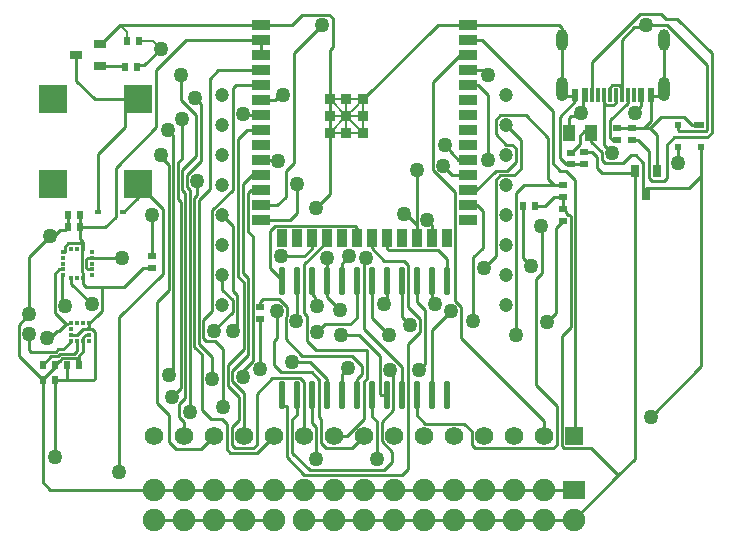
<source format=gbr>
%TF.GenerationSoftware,KiCad,Pcbnew,9.0.6*%
%TF.CreationDate,2025-12-04T12:23:30+01:00*%
%TF.ProjectId,Motherboard,4d6f7468-6572-4626-9f61-72642e6b6963,rev?*%
%TF.SameCoordinates,Original*%
%TF.FileFunction,Copper,L1,Top*%
%TF.FilePolarity,Positive*%
%FSLAX46Y46*%
G04 Gerber Fmt 4.6, Leading zero omitted, Abs format (unit mm)*
G04 Created by KiCad (PCBNEW 9.0.6) date 2025-12-04 12:23:30*
%MOMM*%
%LPD*%
G01*
G04 APERTURE LIST*
%TA.AperFunction,SMDPad,CuDef*%
%ADD10R,0.600000X0.700000*%
%TD*%
%TA.AperFunction,SMDPad,CuDef*%
%ADD11O,0.559990X2.432000*%
%TD*%
%TA.AperFunction,SMDPad,CuDef*%
%ADD12R,0.350000X0.450000*%
%TD*%
%TA.AperFunction,SMDPad,CuDef*%
%ADD13R,0.450000X0.350000*%
%TD*%
%TA.AperFunction,SMDPad,CuDef*%
%ADD14R,0.350000X0.375000*%
%TD*%
%TA.AperFunction,SMDPad,CuDef*%
%ADD15R,0.375000X0.350000*%
%TD*%
%TA.AperFunction,SMDPad,CuDef*%
%ADD16R,0.700000X0.600000*%
%TD*%
%TA.AperFunction,ComponentPad*%
%ADD17C,1.200000*%
%TD*%
%TA.AperFunction,ComponentPad*%
%ADD18R,1.900000X1.574800*%
%TD*%
%TA.AperFunction,ComponentPad*%
%ADD19C,1.900000*%
%TD*%
%TA.AperFunction,ComponentPad*%
%ADD20C,1.570000*%
%TD*%
%TA.AperFunction,ComponentPad*%
%ADD21R,1.570000X1.570000*%
%TD*%
%TA.AperFunction,SMDPad,CuDef*%
%ADD22R,1.000000X1.450000*%
%TD*%
%TA.AperFunction,SMDPad,CuDef*%
%ADD23R,0.590000X0.450000*%
%TD*%
%TA.AperFunction,SMDPad,CuDef*%
%ADD24R,2.400050X2.400050*%
%TD*%
%TA.AperFunction,SMDPad,CuDef*%
%ADD25R,1.000000X0.700000*%
%TD*%
%TA.AperFunction,SMDPad,CuDef*%
%ADD26R,0.900000X0.900000*%
%TD*%
%TA.AperFunction,SMDPad,CuDef*%
%ADD27R,1.500000X0.900000*%
%TD*%
%TA.AperFunction,SMDPad,CuDef*%
%ADD28R,0.900000X1.500000*%
%TD*%
%TA.AperFunction,SMDPad,CuDef*%
%ADD29R,0.300000X1.150000*%
%TD*%
%TA.AperFunction,SMDPad,CuDef*%
%ADD30R,0.500000X1.150000*%
%TD*%
%TA.AperFunction,ComponentPad*%
%ADD31O,1.000000X1.850000*%
%TD*%
%TA.AperFunction,ComponentPad*%
%ADD32O,1.000000X2.100000*%
%TD*%
%TA.AperFunction,SMDPad,CuDef*%
%ADD33R,0.500000X1.100000*%
%TD*%
%TA.AperFunction,ComponentPad*%
%ADD34C,0.001000*%
%TD*%
%TA.AperFunction,SMDPad,CuDef*%
%ADD35R,0.700000X1.000000*%
%TD*%
%TA.AperFunction,SMDPad,CuDef*%
%ADD36R,0.900000X0.600000*%
%TD*%
%TA.AperFunction,SMDPad,CuDef*%
%ADD37R,0.500000X0.600000*%
%TD*%
%TA.AperFunction,ViaPad*%
%ADD38C,1.270000*%
%TD*%
%TA.AperFunction,Conductor*%
%ADD39C,0.200000*%
%TD*%
%TA.AperFunction,Conductor*%
%ADD40C,0.254000*%
%TD*%
G04 APERTURE END LIST*
D10*
%TO.P,R9,1,1*%
%TO.N,GND*%
X128466099Y-84517115D03*
%TO.P,R9,2,2*%
%TO.N,/BUZZER_SIG*%
X129466099Y-84517115D03*
%TD*%
D11*
%TO.P,U6,1,DIN*%
%TO.N,/IO14*%
X155511099Y-104842115D03*
%TO.P,U6,2,DIG0*%
%TO.N,/DIG0*%
X154241099Y-104842115D03*
%TO.P,U6,3,DIG4*%
%TO.N,/DIG4*%
X152971099Y-104842115D03*
%TO.P,U6,4,GND*%
%TO.N,GND*%
X151701099Y-104842115D03*
%TO.P,U6,5,DIG6*%
%TO.N,/DIG6*%
X150431099Y-104842115D03*
%TO.P,U6,10,DIG5*%
%TO.N,/DIG5*%
X144081099Y-104842115D03*
%TO.P,U6,9,GND*%
%TO.N,GND*%
X145351099Y-104842115D03*
%TO.P,U6,8,DIG7*%
%TO.N,/DIG7*%
X146621099Y-104842115D03*
%TO.P,U6,7,DIG3*%
%TO.N,/DIG3*%
X147891099Y-104842115D03*
%TO.P,U6,6,DIG2*%
%TO.N,/DIG2*%
X149161099Y-104842115D03*
%TO.P,U6,11,DIG1*%
%TO.N,/DIG1*%
X142811099Y-104842115D03*
%TO.P,U6,12,LOAD(CS#)*%
%TO.N,/IO12*%
X141541099Y-104842115D03*
%TO.P,U6,13,CLK*%
%TO.N,/IO13*%
X141541099Y-114494115D03*
%TO.P,U6,14,SEGA*%
%TO.N,/SEGA*%
X142811099Y-114494115D03*
%TO.P,U6,19,V+*%
%TO.N,+5*%
X149161099Y-114494115D03*
%TO.P,U6,18,ISET*%
%TO.N,Net-(U6-ISET)*%
X147891099Y-114494115D03*
%TO.P,U6,17,SEGG*%
%TO.N,/SEGG*%
X146621099Y-114494115D03*
%TO.P,U6,16,SEGB*%
%TO.N,/SEGB*%
X145351099Y-114494115D03*
%TO.P,U6,15,SEGF*%
%TO.N,/SEGF*%
X144081099Y-114494115D03*
%TO.P,U6,20,SEGC*%
%TO.N,/SEGC*%
X150431099Y-114494115D03*
%TO.P,U6,21,SEGE*%
%TO.N,/SEGE*%
X151701099Y-114494115D03*
%TO.P,U6,22,SEGDP*%
%TO.N,/SEGDP*%
X152971099Y-114494115D03*
%TO.P,U6,23,SEGD*%
%TO.N,/SEGD*%
X154241099Y-114494115D03*
%TO.P,U6,24,DOUT*%
%TO.N,unconnected-(U6-DOUT-Pad24)*%
X155511099Y-114494115D03*
%TD*%
D12*
%TO.P,U5,16,ADC1*%
%TO.N,unconnected-(U5-ADC1-Pad16)*%
X123744099Y-102112115D03*
%TO.P,U5,15,ADC2*%
%TO.N,unconnected-(U5-ADC2-Pad15)*%
X124244099Y-102112115D03*
%TO.P,U5,14,Vdd*%
%TO.N,+3.3*%
X124744099Y-102112115D03*
D13*
%TO.P,U5,13,ADC3*%
%TO.N,unconnected-(U5-ADC3-Pad13)*%
X125469099Y-102337115D03*
%TO.P,U5,12,GND*%
%TO.N,GND*%
X125469099Y-102837115D03*
%TO.P,U5,11,INT1*%
%TO.N,unconnected-(U5-INT1-Pad11)*%
X125469099Y-103337115D03*
%TO.P,U5,10,RES*%
%TO.N,GND*%
X125469099Y-103837115D03*
%TO.P,U5,9,INT2*%
%TO.N,unconnected-(U5-INT2-Pad9)*%
X125469099Y-104337115D03*
D12*
%TO.P,U5,8,CS*%
%TO.N,+3.3*%
X124744099Y-104562115D03*
%TO.P,U5,7,SDO/SA0*%
%TO.N,unconnected-(U5-SDO{slash}SA0-Pad7)*%
X124244099Y-104562115D03*
%TO.P,U5,6,SDA/SDI/SDO*%
%TO.N,/SDA*%
X123744099Y-104562115D03*
D13*
%TO.P,U5,5,GND*%
%TO.N,GND*%
X123019099Y-104337115D03*
%TO.P,U5,4,SCL/SPC*%
%TO.N,/SCL*%
X123019099Y-103837115D03*
%TO.P,U5,3,NC*%
%TO.N,unconnected-(U5-NC-Pad3)*%
X123019099Y-103337115D03*
%TO.P,U5,2,NC*%
%TO.N,unconnected-(U5-NC-Pad2)*%
X123019099Y-102837115D03*
%TO.P,U5,1,Vdd_IO*%
%TO.N,+3.3*%
X123019099Y-102337115D03*
%TD*%
D14*
%TO.P,U4,12,NC*%
%TO.N,unconnected-(U4-NC-Pad12)*%
X124252109Y-108398125D03*
%TO.P,U4,11,NC*%
%TO.N,unconnected-(U4-NC-Pad11)*%
X124752109Y-108398125D03*
%TO.P,U4,6,GND*%
%TO.N,GND*%
X124752109Y-109923125D03*
%TO.P,U4,5,C1*%
%TO.N,Net-(U4-C1)*%
X124252109Y-109923125D03*
D15*
%TO.P,U4,10,VDD_IO*%
%TO.N,+3.3*%
X125264609Y-108410625D03*
%TO.P,U4,9,VDD*%
X125264609Y-108910625D03*
%TO.P,U4,8,GND*%
%TO.N,GND*%
X125264609Y-109410625D03*
%TO.P,U4,7,INT/DRDY/SDO*%
%TO.N,unconnected-(U4-INT{slash}DRDY{slash}SDO-Pad7)*%
X125264609Y-109910625D03*
%TO.P,U4,4,SDA/SDI/SDO*%
%TO.N,/SDA*%
X123739609Y-109910625D03*
%TO.P,U4,3,CS*%
%TO.N,+3.3*%
X123739609Y-109410625D03*
%TO.P,U4,2,NC*%
%TO.N,unconnected-(U4-NC-Pad2)*%
X123739609Y-108910625D03*
%TO.P,U4,1,SCL/SPC*%
%TO.N,/SCL*%
X123739609Y-108410625D03*
%TD*%
D10*
%TO.P,R8,1,1*%
%TO.N,Net-(Q1-G)*%
X128316099Y-86681115D03*
%TO.P,R8,2,2*%
%TO.N,/BUZZER_SIG*%
X129316099Y-86681115D03*
%TD*%
D16*
%TO.P,R7,1,1*%
%TO.N,+5*%
X139738099Y-108009115D03*
%TO.P,R7,2,2*%
%TO.N,Net-(U6-ISET)*%
X139738099Y-107009115D03*
%TD*%
D17*
%TO.P,L1,16,COL8*%
%TO.N,/SEGG*%
X136526119Y-89094115D03*
%TO.P,L1,15,COL7*%
%TO.N,/SEGF*%
X136526119Y-91634115D03*
%TO.P,L1,14,ROW2*%
%TO.N,/DIG1*%
X136526119Y-94174115D03*
%TO.P,L1,13,COL1*%
%TO.N,/SEGDP*%
X136526119Y-96714115D03*
%TO.P,L1,12,ROW4*%
%TO.N,/DIG3*%
X136526119Y-99254125D03*
%TO.P,L1,11,COL6*%
%TO.N,/SEGE*%
X136526119Y-101794125D03*
%TO.P,L1,10,COL4*%
%TO.N,/SEGC*%
X136526119Y-104334125D03*
%TO.P,L1,9,ROW1*%
%TO.N,/DIG0*%
X136526119Y-106874125D03*
%TO.P,L1,8,ROW3*%
%TO.N,/DIG2*%
X160526079Y-106874125D03*
%TO.P,L1,7,ROW6*%
%TO.N,/DIG5*%
X160526079Y-104334125D03*
%TO.P,L1,6,COL5*%
%TO.N,/SEGD*%
X160526079Y-101794125D03*
%TO.P,L1,5,ROW8*%
%TO.N,/DIG7*%
X160526079Y-99254125D03*
%TO.P,L1,4,COL3*%
%TO.N,/SEGB*%
X160526079Y-96714115D03*
%TO.P,L1,3,COL2*%
%TO.N,/SEGA*%
X160526079Y-94174115D03*
%TO.P,L1,2,ROW7*%
%TO.N,/DIG6*%
X160526079Y-91634115D03*
%TO.P,L1,1,ROW5*%
%TO.N,/DIG4*%
X160526079Y-89094115D03*
%TD*%
D18*
%TO.P,J2,1,1*%
%TO.N,GND*%
X166306099Y-122495115D03*
D19*
%TO.P,J2,2,2*%
%TO.N,+3.3*%
X166306099Y-125035115D03*
%TO.P,J2,3,3*%
%TO.N,GND*%
X163766099Y-122495115D03*
%TO.P,J2,4,4*%
%TO.N,+3.3*%
X163766099Y-125035115D03*
%TO.P,J2,5,5*%
%TO.N,GND*%
X161226099Y-122495115D03*
%TO.P,J2,6,6*%
%TO.N,+3.3*%
X161226099Y-125035115D03*
%TO.P,J2,7,7*%
%TO.N,GND*%
X158686099Y-122495115D03*
%TO.P,J2,8,8*%
%TO.N,+3.3*%
X158686099Y-125035115D03*
%TO.P,J2,9,9*%
%TO.N,GND*%
X156146099Y-122495115D03*
%TO.P,J2,10,10*%
%TO.N,+3.3*%
X156146099Y-125035115D03*
%TO.P,J2,11,11*%
%TO.N,GND*%
X153606099Y-122495115D03*
%TO.P,J2,12,12*%
%TO.N,+3.3*%
X153606099Y-125035115D03*
%TO.P,J2,13,13*%
%TO.N,GND*%
X151066099Y-122495115D03*
%TO.P,J2,14,14*%
%TO.N,+3.3*%
X151066099Y-125035115D03*
%TO.P,J2,15,15*%
%TO.N,GND*%
X148526099Y-122495115D03*
%TO.P,J2,16,16*%
%TO.N,+3.3*%
X148526099Y-125035115D03*
%TO.P,J2,17,17*%
%TO.N,GND*%
X145986099Y-122495115D03*
%TO.P,J2,18,18*%
%TO.N,+3.3*%
X145986099Y-125035115D03*
%TO.P,J2,19,19*%
%TO.N,GND*%
X143446099Y-122495115D03*
%TO.P,J2,20,20*%
%TO.N,+3.3*%
X143446099Y-125035115D03*
%TO.P,J2,21,21*%
%TO.N,GND*%
X140906099Y-122495115D03*
%TO.P,J2,22,22*%
%TO.N,+5*%
X140906099Y-125035115D03*
%TO.P,J2,23,23*%
%TO.N,GND*%
X138366099Y-122495115D03*
%TO.P,J2,24,24*%
%TO.N,+5*%
X138366099Y-125035115D03*
%TO.P,J2,25,25*%
%TO.N,GND*%
X135826099Y-122495115D03*
%TO.P,J2,26,26*%
%TO.N,+5*%
X135826099Y-125035115D03*
%TO.P,J2,27,27*%
%TO.N,GND*%
X133286099Y-122495115D03*
%TO.P,J2,28,28*%
%TO.N,+5*%
X133286099Y-125035115D03*
%TO.P,J2,29,29*%
%TO.N,GND*%
X130746099Y-122495115D03*
%TO.P,J2,30,30*%
%TO.N,+5*%
X130746099Y-125035115D03*
%TD*%
D20*
%TO.P,J1,15,15*%
%TO.N,/IO44*%
X130746099Y-117923115D03*
%TO.P,J1,14,14*%
%TO.N,/IO43*%
X133286099Y-117923115D03*
%TO.P,J1,13,13*%
%TO.N,/IO38*%
X135826099Y-117923115D03*
%TO.P,J1,12,12*%
%TO.N,/IO18*%
X138366099Y-117923115D03*
%TO.P,J1,11,11*%
%TO.N,/IO17*%
X140906099Y-117923115D03*
%TO.P,J1,10,10*%
%TO.N,/IO15*%
X143446099Y-117923115D03*
%TO.P,J1,9,9*%
%TO.N,/IO10*%
X145986099Y-117923115D03*
%TO.P,J1,8,8*%
%TO.N,/IO9*%
X148526099Y-117923115D03*
%TO.P,J1,7,7*%
%TO.N,/IO8*%
X151066099Y-117923115D03*
%TO.P,J1,6,6*%
%TO.N,/IO7*%
X153606099Y-117923115D03*
%TO.P,J1,5,5*%
%TO.N,/IO6*%
X156146099Y-117923115D03*
%TO.P,J1,4,4*%
%TO.N,/IO5*%
X158686099Y-117923115D03*
%TO.P,J1,3,3*%
%TO.N,/IO4*%
X161226099Y-117923115D03*
%TO.P,J1,2,2*%
%TO.N,/IO02*%
X163766099Y-117923115D03*
D21*
%TO.P,J1,1,1*%
%TO.N,/IO01*%
X166306099Y-117923115D03*
%TD*%
D22*
%TO.P,F1,2,2*%
%TO.N,/fuse*%
X165839099Y-92269115D03*
%TO.P,F1,1,1*%
%TO.N,+5*%
X167739099Y-92269115D03*
%TD*%
D23*
%TO.P,D1,1,A*%
%TO.N,Net-(D1-A)*%
X125983099Y-99000115D03*
%TO.P,D1,2,K*%
%TO.N,+5*%
X128093099Y-99000115D03*
%TD*%
D24*
%TO.P,BUZ1,4,4*%
%TO.N,unconnected-(BUZ1-Pad4)*%
X122168159Y-96630935D03*
%TO.P,BUZ1,3,3*%
%TO.N,unconnected-(BUZ1-Pad3)*%
X122168409Y-89431555D03*
%TO.P,BUZ1,2,2*%
%TO.N,Net-(D1-A)*%
X129368039Y-89431295D03*
%TO.P,BUZ1,1,+*%
%TO.N,+5*%
X129368039Y-96630935D03*
%TD*%
D16*
%TO.P,C1,2,2*%
%TO.N,+5*%
X166027099Y-93936115D03*
%TO.P,C1,1,1*%
%TO.N,GND*%
X166027099Y-94936115D03*
%TD*%
%TO.P,C2,2,2*%
%TO.N,+3.3*%
X167170099Y-93928095D03*
%TO.P,C2,1,1*%
%TO.N,GND*%
X167170099Y-94928085D03*
%TD*%
D10*
%TO.P,C3,2,2*%
%TO.N,+3.3*%
X124490119Y-99254115D03*
%TO.P,C3,1,1*%
%TO.N,GND*%
X123490129Y-99254115D03*
%TD*%
%TO.P,C4,2,2*%
%TO.N,GND*%
X123490079Y-100270115D03*
%TO.P,C4,1,1*%
%TO.N,+3.3*%
X124490069Y-100270115D03*
%TD*%
%TO.P,C5,2,2*%
%TO.N,GND*%
X122323099Y-111954115D03*
%TO.P,C5,1,1*%
%TO.N,Net-(U4-C1)*%
X121323099Y-111954115D03*
%TD*%
%TO.P,C6,2,2*%
%TO.N,+3.3*%
X122331119Y-113224115D03*
%TO.P,C6,1,1*%
%TO.N,GND*%
X121331129Y-113224115D03*
%TD*%
%TO.P,C7,2,2*%
%TO.N,+3.3*%
X123363079Y-111954115D03*
%TO.P,C7,1,1*%
%TO.N,GND*%
X124363069Y-111954115D03*
%TD*%
D25*
%TO.P,Q1,3,D*%
%TO.N,Net-(D1-A)*%
X124133099Y-85665115D03*
%TO.P,Q1,2,S*%
%TO.N,GND*%
X126133099Y-84715105D03*
%TO.P,Q1,1,G*%
%TO.N,Net-(Q1-G)*%
X126133099Y-86615125D03*
%TD*%
D16*
%TO.P,R1,2,2*%
%TO.N,Net-(USB1-CC2)*%
X171234099Y-92896135D03*
%TO.P,R1,1,1*%
%TO.N,GND*%
X171234099Y-91896145D03*
%TD*%
%TO.P,R2,2,2*%
%TO.N,Net-(USB1-CC1)*%
X169964099Y-92896135D03*
%TO.P,R2,1,1*%
%TO.N,GND*%
X169964099Y-91896145D03*
%TD*%
D10*
%TO.P,R3,2,2*%
%TO.N,+3.3*%
X162971119Y-98492115D03*
%TO.P,R3,1,1*%
%TO.N,/B1*%
X161971129Y-98492115D03*
%TD*%
D16*
%TO.P,R4,2,2*%
%TO.N,+3.3*%
X130594099Y-103691135D03*
%TO.P,R4,1,1*%
%TO.N,/B2*%
X130594099Y-102691145D03*
%TD*%
%TO.P,R5,2,2*%
%TO.N,/SDA*%
X165392099Y-99754135D03*
%TO.P,R5,1,1*%
%TO.N,+3.3*%
X165392099Y-98754145D03*
%TD*%
%TO.P,R6,2,2*%
%TO.N,/SCL*%
X165392099Y-96722095D03*
%TO.P,R6,1,1*%
%TO.N,+3.3*%
X165392099Y-97722085D03*
%TD*%
D26*
%TO.P,U1,41,GND*%
%TO.N,GND*%
X148426069Y-92245135D03*
X148426069Y-90845085D03*
X148426069Y-89445095D03*
X147026069Y-92245135D03*
X147026069Y-90845085D03*
X147026069Y-89445095D03*
X145626069Y-92245135D03*
X145626069Y-90845085D03*
X145626069Y-89445095D03*
D27*
%TO.P,U1,40,GND*%
X157276089Y-83125115D03*
%TO.P,U1,39,IO1*%
%TO.N,/IO01*%
X157276089Y-84395115D03*
%TO.P,U1,38,IO2*%
%TO.N,/IO02*%
X157276089Y-85665115D03*
%TO.P,U1,37,IO43*%
%TO.N,/IO43*%
X157276089Y-86935115D03*
%TO.P,U1,36,IO44*%
%TO.N,/IO44*%
X157276089Y-88205115D03*
%TO.P,U1,35,TMS_(IO42)*%
%TO.N,unconnected-(U1D-TMS_(IO42)-Pad35)*%
X157276089Y-89475115D03*
%TO.P,U1,34,TDI_(IO41)*%
%TO.N,unconnected-(U1D-TDI_(IO41)-Pad34)*%
X157276089Y-90745115D03*
%TO.P,U1,33,TDO_(IO40)*%
%TO.N,unconnected-(U1D-TDO_(IO40)-Pad33)*%
X157276089Y-92015115D03*
%TO.P,U1,32,TCK_(IO39)*%
%TO.N,unconnected-(U1D-TCK_(IO39)-Pad32)*%
X157276089Y-93285115D03*
%TO.P,U1,31,IO38*%
%TO.N,/IO38*%
X157276089Y-94555115D03*
%TO.P,U1,30,IO37*%
%TO.N,/BUZZER_SIG*%
X157276089Y-95825115D03*
%TO.P,U1,29,IO36*%
%TO.N,/SCL*%
X157276089Y-97095115D03*
%TO.P,U1,28,IO35*%
%TO.N,/SDA*%
X157276089Y-98365115D03*
%TO.P,U1,27,Boot_(IO0)*%
%TO.N,unconnected-(U1C-Boot_(IO0)-Pad27)*%
X157276089Y-99635115D03*
D28*
%TO.P,U1,26,VDD_SPI_(IO45)*%
%TO.N,unconnected-(U1C-VDD_SPI_(IO45)-Pad26)*%
X155511089Y-101185125D03*
%TO.P,U1,25,IO48*%
%TO.N,/B1*%
X154241089Y-101185125D03*
%TO.P,U1,24,IO47*%
%TO.N,/B2*%
X152971089Y-101185125D03*
%TO.P,U1,23,IO21*%
%TO.N,unconnected-(U1A-IO21-Pad23)*%
X151701089Y-101185125D03*
%TO.P,U1,22,IO14*%
%TO.N,/IO14*%
X150431089Y-101185125D03*
%TO.P,U1,21,IO13*%
%TO.N,/IO13*%
X149161089Y-101185125D03*
%TO.P,U1,20,IO12*%
%TO.N,/IO12*%
X147891089Y-101185125D03*
%TO.P,U1,19,IO11*%
%TO.N,/IO11*%
X146621089Y-101185125D03*
%TO.P,U1,18,IO10*%
%TO.N,/IO10*%
X145351089Y-101185125D03*
%TO.P,U1,17,IO9*%
%TO.N,/IO9*%
X144081089Y-101185125D03*
%TO.P,U1,16,Boot_(IO46)*%
%TO.N,unconnected-(U1C-Boot_(IO46)-Pad16)*%
X142811089Y-101185125D03*
%TO.P,U1,15,JTAG_SRC_(IO3)*%
%TO.N,unconnected-(U1C-JTAG_SRC_(IO3)-Pad15)*%
X141541089Y-101185125D03*
D27*
%TO.P,U1,14,IO20*%
%TO.N,D_P*%
X139776099Y-99635115D03*
%TO.P,U1,13,IO19*%
%TO.N,D_N*%
X139776099Y-98365115D03*
%TO.P,U1,12,IO8*%
%TO.N,/IO8*%
X139776099Y-97095115D03*
%TO.P,U1,11,IO18*%
%TO.N,/IO18*%
X139776099Y-95825115D03*
%TO.P,U1,10,IO17*%
%TO.N,/IO17*%
X139776099Y-94555115D03*
%TO.P,U1,9,IO16*%
%TO.N,/IO16*%
X139776099Y-93285115D03*
%TO.P,U1,8,IO15*%
%TO.N,/IO15*%
X139776099Y-92015115D03*
%TO.P,U1,7,IO7*%
%TO.N,/IO7*%
X139776099Y-90745115D03*
%TO.P,U1,6,IO6*%
%TO.N,/IO6*%
X139776099Y-89475115D03*
%TO.P,U1,5,IO5*%
%TO.N,/IO5*%
X139776099Y-88205115D03*
%TO.P,U1,4,IO4*%
%TO.N,/IO4*%
X139776099Y-86935115D03*
%TO.P,U1,3,EN*%
%TO.N,+3.3*%
X139776099Y-85665115D03*
%TO.P,U1,2,3V3*%
X139776099Y-84395115D03*
%TO.P,U1,1,GND*%
%TO.N,GND*%
X139776099Y-83125115D03*
%TD*%
D29*
%TO.P,USB1,B8,SBU2*%
%TO.N,unconnected-(USB1-SBU2-PadB8)*%
X168335099Y-89095135D03*
%TO.P,USB1,B7,DN2*%
%TO.N,D_N*%
X170335139Y-89095135D03*
%TO.P,USB1,B6,DP2*%
%TO.N,D_P*%
X168835119Y-89095135D03*
%TO.P,USB1,B5,CC2*%
%TO.N,Net-(USB1-CC2)*%
X167835119Y-89095135D03*
D30*
%TO.P,USB1,B4A9,VBUS*%
%TO.N,/fuse*%
X167185139Y-89095135D03*
D31*
%TO.P,USB1,B1A12,GND*%
%TO.N,GND*%
X165265099Y-84395115D03*
D32*
X165265099Y-88545115D03*
D33*
X166385139Y-89095135D03*
D29*
%TO.P,USB1,A8,SBU1*%
%TO.N,unconnected-(USB1-SBU1-PadA8)*%
X171335139Y-89095135D03*
%TO.P,USB1,A7,DN1*%
%TO.N,D_N*%
X169335089Y-89095135D03*
%TO.P,USB1,A6,DP1*%
%TO.N,D_P*%
X169835119Y-89095135D03*
%TO.P,USB1,A5,CC1*%
%TO.N,Net-(USB1-CC1)*%
X170835119Y-89095135D03*
D30*
%TO.P,USB1,A4B9,VBUS*%
%TO.N,/fuse*%
X171985129Y-89095135D03*
%TO.P,USB1,A1B12,GND*%
%TO.N,GND*%
X172785129Y-89095135D03*
D31*
X173905109Y-84395115D03*
D32*
X173905109Y-88545115D03*
D34*
%TO.P,USB1,*%
%TO.N,*%
X166695119Y-87995105D03*
X172475089Y-87995105D03*
%TD*%
D35*
%TO.P,U7,1,VSS*%
%TO.N,GND*%
X173327109Y-95460115D03*
%TO.P,U7,2,VOUT*%
%TO.N,+3.3*%
X171427089Y-95460115D03*
%TO.P,U7,3,VIN*%
%TO.N,+5*%
X172377099Y-97460115D03*
%TD*%
D36*
%TO.P,U2,1,GND*%
%TO.N,GND*%
X176860099Y-91573105D03*
D37*
%TO.P,U2,2,I/O_1*%
%TO.N,D_N*%
X175060099Y-91573105D03*
%TO.P,U2,3,I/O_2*%
%TO.N,D_P*%
X175060099Y-93473125D03*
%TO.P,U2,4,Vcc*%
%TO.N,+5*%
X177060099Y-93473125D03*
%TD*%
D38*
%TO.N,/IO44*%
X159042099Y-94529715D03*
%TO.N,/IO43*%
X133032499Y-87341515D03*
X159042099Y-87341515D03*
%TO.N,/IO38*%
X155384499Y-93259715D03*
X131356099Y-94174115D03*
%TO.N,/IO17*%
X141262099Y-94631315D03*
X134404099Y-96333115D03*
%TO.N,/IO9*%
X141439899Y-102708515D03*
X141135099Y-107382115D03*
%TO.N,/IO8*%
X138239499Y-112919315D03*
%TO.N,/IO7*%
X133769099Y-115891115D03*
X138290299Y-90668915D03*
X134175499Y-89297315D03*
%TO.N,/IO6*%
X132016499Y-112741515D03*
X141643099Y-89094115D03*
X131906869Y-92029495D03*
%TO.N,/IO5*%
X136537699Y-115484715D03*
%TO.N,/IO4*%
X135648699Y-113150705D03*
%TO.N,/BUZZER_SIG*%
X131279899Y-85182515D03*
X155232099Y-95063115D03*
%TO.N,/SEGG*%
X147180299Y-112157315D03*
%TO.N,/SEGF*%
X132245099Y-114595715D03*
X133134099Y-91075315D03*
X144485109Y-119853515D03*
%TO.N,/DIG1*%
X142782629Y-108213975D03*
%TO.N,/SEGDP*%
X163487099Y-100143115D03*
%TO.N,/DIG3*%
X144564099Y-109109315D03*
X137426699Y-109083915D03*
%TO.N,/SEGE*%
X148653499Y-102860915D03*
%TO.N,/SEGC*%
X146596099Y-109414115D03*
X135801099Y-109007715D03*
%TO.N,/DIG0*%
X154495089Y-106797915D03*
%TO.N,/DIG2*%
X150609299Y-109363315D03*
%TO.N,/DIG5*%
X144564099Y-106950315D03*
%TO.N,/SEGD*%
X155841699Y-107356715D03*
%TO.N,/DIG7*%
X147256499Y-102708515D03*
%TO.N,/SEGB*%
X142379699Y-111649315D03*
%TO.N,/SEGA*%
X150736299Y-112385915D03*
%TO.N,/DIG6*%
X150202899Y-106772515D03*
X158661099Y-103699115D03*
%TO.N,/DIG4*%
X153149299Y-112385915D03*
%TO.N,/SCL*%
X161404299Y-109363315D03*
X121704099Y-109668115D03*
%TO.N,/SDA*%
X163969699Y-108321915D03*
X120180099Y-109287115D03*
X157772099Y-108215285D03*
X125437899Y-106747115D03*
%TO.N,/B2*%
X151930099Y-99127115D03*
X152971089Y-95444115D03*
X130594099Y-99254115D03*
%TO.N,/B1*%
X153860499Y-99685915D03*
X162648899Y-103572115D03*
%TO.N,/fuse*%
X166916099Y-90618115D03*
X171488099Y-90618115D03*
%TO.N,GND*%
X146494499Y-107305915D03*
X145402099Y-102861115D03*
X121958099Y-101032115D03*
X144467329Y-98614285D03*
X120180099Y-107636115D03*
X152387299Y-108550515D03*
X123202699Y-106950315D03*
X128054099Y-102837085D03*
%TO.N,D_P*%
X142836899Y-96637915D03*
X175060099Y-94783715D03*
X169532299Y-93970915D03*
%TO.N,D_N*%
X144970499Y-83150515D03*
X172377099Y-83133095D03*
%TO.N,+5*%
X139738099Y-112258915D03*
X127800099Y-120971115D03*
X149646079Y-119853515D03*
X172808899Y-116297515D03*
%TO.N,+3.3*%
X122331119Y-119718535D03*
%TD*%
D39*
%TO.N,/BUZZER_SIG*%
X130614499Y-84517115D02*
X131279899Y-85182515D01*
X129466099Y-84517115D02*
X130614499Y-84517115D01*
%TO.N,GND*%
X128466099Y-83740315D02*
X127850899Y-83125115D01*
X128466099Y-84517115D02*
X128466099Y-83740315D01*
D40*
%TO.N,Net-(D1-A)*%
X124133099Y-87840115D02*
X125724259Y-89431275D01*
X125724259Y-89431275D02*
X129368039Y-89431275D01*
X124133099Y-87840115D02*
X124133099Y-85665115D01*
X128295019Y-90504295D02*
X129368039Y-89431275D01*
X128295019Y-91774195D02*
X128295019Y-90504295D01*
X126022099Y-94047115D02*
X128295019Y-91774195D01*
X126022099Y-98961105D02*
X126022099Y-94047115D01*
X125983089Y-99000115D02*
X126022099Y-98961105D01*
%TO.N,Net-(U4-C1)*%
X121323099Y-111954115D02*
X121323099Y-111904115D01*
X121323099Y-111904115D02*
X122035099Y-111192115D01*
X122035099Y-111192115D02*
X122577099Y-111192115D01*
X122577099Y-111192115D02*
X122800099Y-110969115D01*
X122800099Y-110969115D02*
X123984499Y-110969115D01*
X123984499Y-110969115D02*
X124252129Y-110701485D01*
X124252129Y-110701485D02*
X124252129Y-109923135D01*
%TO.N,/fuse*%
X171985129Y-89999995D02*
X171985129Y-89095135D01*
X171488099Y-90497025D02*
X171985129Y-89999995D01*
X171488099Y-90618115D02*
X171488099Y-90497025D01*
X166062689Y-90812515D02*
X166721699Y-90812515D01*
X167062139Y-90472075D02*
X167062139Y-89218125D01*
X166721699Y-90812515D02*
X167062139Y-90472075D01*
X165839089Y-91036115D02*
X166062689Y-90812515D01*
X167062139Y-89218125D02*
X167185139Y-89095135D01*
X165839089Y-92142115D02*
X165839089Y-91036115D01*
%TO.N,/IO9*%
X141135099Y-109640475D02*
X141135099Y-107382115D01*
X140855699Y-109919875D02*
X141135099Y-109640475D01*
X140855699Y-111903315D02*
X140855699Y-109919875D01*
X140855699Y-111903315D02*
X141490699Y-112538315D01*
X141490699Y-112538315D02*
X144084349Y-112538315D01*
X141439899Y-102708515D02*
X143446499Y-102708515D01*
X144084349Y-112538315D02*
X144716499Y-113170465D01*
X143446499Y-102708515D02*
X144081089Y-102073925D01*
X144716499Y-116353495D02*
X144716499Y-113170465D01*
X144081089Y-102073925D02*
X144081089Y-101185125D01*
X144866109Y-118504525D02*
X144866109Y-116503105D01*
X144716499Y-116353495D02*
X144866109Y-116503105D01*
X144866109Y-118504525D02*
X145326099Y-118964515D01*
X145326099Y-118964515D02*
X147484689Y-118964515D01*
X147484689Y-118964515D02*
X148526089Y-117923115D01*
%TO.N,/IO43*%
X157276089Y-86935115D02*
X158635699Y-86935115D01*
X158635699Y-86935115D02*
X159042099Y-87341515D01*
X133032499Y-89485635D02*
X133032499Y-87341515D01*
X133032499Y-89485635D02*
X134291979Y-90745115D01*
X134291979Y-94255495D02*
X134291979Y-90745115D01*
X133132119Y-95415365D02*
X134291979Y-94255495D01*
X133132119Y-97118535D02*
X133132119Y-95415365D01*
X133132119Y-97118535D02*
X133362699Y-97349115D01*
X133362699Y-114735345D02*
X133362699Y-97349115D01*
X132880099Y-115217945D02*
X133362699Y-114735345D01*
X132880099Y-116341945D02*
X132880099Y-115217945D01*
X132880099Y-116341945D02*
X133286089Y-116747935D01*
X133286089Y-117923115D02*
X133286089Y-116747935D01*
%TO.N,/IO01*%
X166382699Y-117846505D02*
X166382699Y-96231515D01*
X165646099Y-95494915D02*
X166382699Y-96231515D01*
X166306089Y-117923115D02*
X166382699Y-117846505D01*
X165138099Y-95494915D02*
X165646099Y-95494915D01*
X164503099Y-94859915D02*
X165138099Y-95494915D01*
X164503099Y-94859915D02*
X164503099Y-90389515D01*
X158508699Y-84395115D02*
X164503099Y-90389515D01*
X157276089Y-84395115D02*
X158508699Y-84395115D01*
%TO.N,/IO18*%
X139001499Y-95825115D02*
X139776099Y-95825115D01*
X138266319Y-96560295D02*
X139001499Y-95825115D01*
X138266319Y-104100435D02*
X138266319Y-96560295D01*
X138266319Y-104100435D02*
X138696699Y-104530815D01*
X138696699Y-111115915D02*
X138696699Y-104530815D01*
X137350499Y-112462115D02*
X138696699Y-111115915D01*
X137350499Y-113300315D02*
X137350499Y-112462115D01*
X137350499Y-113300315D02*
X138366089Y-114315905D01*
X138366089Y-117923115D02*
X138366089Y-114315905D01*
%TO.N,/IO44*%
X157276089Y-88205115D02*
X158153099Y-88205115D01*
X158153099Y-88205115D02*
X159042099Y-89094115D01*
X159042099Y-94529715D02*
X159042099Y-89094115D01*
%TO.N,/IO38*%
X131356099Y-94344915D02*
X131356099Y-94174115D01*
X131356099Y-94344915D02*
X131989119Y-94977935D01*
X155384499Y-93259715D02*
X156425899Y-94555115D01*
X131989119Y-105614025D02*
X131989119Y-94977935D01*
X156425899Y-94555115D02*
X157276089Y-94555115D01*
X131000499Y-106602635D02*
X131989119Y-105614025D01*
X131000499Y-115179915D02*
X131000499Y-106602635D01*
X131000499Y-115179915D02*
X132016499Y-116195915D01*
X132016499Y-118456515D02*
X132016499Y-116195915D01*
X132016499Y-118456515D02*
X132626099Y-119066115D01*
X132626099Y-119066115D02*
X134683089Y-119066115D01*
X134683089Y-119066115D02*
X135826089Y-117923115D01*
%TO.N,/IO4*%
X135445499Y-97067735D02*
X135445499Y-87671715D01*
X134531099Y-97982135D02*
X135445499Y-97067735D01*
X135445499Y-87671715D02*
X136182099Y-86935115D01*
X134531099Y-110150715D02*
X134531099Y-97982135D01*
X136182099Y-86935115D02*
X139776099Y-86935115D01*
X134531099Y-110150715D02*
X135648699Y-111268315D01*
X135648699Y-113150705D02*
X135648699Y-111268315D01*
%TO.N,/IO17*%
X136867899Y-119015315D02*
X137198099Y-119345515D01*
X137198099Y-119345515D02*
X139483689Y-119345515D01*
X136867899Y-119015315D02*
X136867899Y-116881715D01*
X139483689Y-119345515D02*
X140906089Y-117923115D01*
X136474759Y-116488575D02*
X136867899Y-116881715D01*
X135533839Y-116488575D02*
X136474759Y-116488575D01*
X134759699Y-115714435D02*
X135533839Y-116488575D01*
X134759699Y-115714435D02*
X134759699Y-111014315D01*
X134150099Y-110404715D02*
X134759699Y-111014315D01*
X134150099Y-110404715D02*
X134150099Y-97824315D01*
X134150099Y-97824315D02*
X134404099Y-97570315D01*
X134404099Y-97570315D02*
X134404099Y-96333115D01*
X139776099Y-94555115D02*
X141185899Y-94555115D01*
X141185899Y-94555115D02*
X141262099Y-94631315D01*
%TO.N,/IO8*%
X138671299Y-100600315D02*
X139128499Y-101057515D01*
X139128499Y-111582105D02*
X139128499Y-101057515D01*
X138671299Y-100600315D02*
X138671299Y-97349115D01*
X138239499Y-112471105D02*
X139128499Y-111582105D01*
X138671299Y-97349115D02*
X138925299Y-97095115D01*
X138239499Y-112919315D02*
X138239499Y-112471105D01*
X138925299Y-97095115D02*
X139776099Y-97095115D01*
%TO.N,/IO02*%
X156603699Y-85665115D02*
X157276089Y-85665115D01*
X154343099Y-87925715D02*
X156603699Y-85665115D01*
X154343099Y-95431345D02*
X154343099Y-87925715D01*
X154343099Y-95431345D02*
X156222699Y-97310945D01*
X156222699Y-106467715D02*
X156222699Y-97310945D01*
X156222699Y-106467715D02*
X156730699Y-106975715D01*
X156730699Y-109617315D02*
X156730699Y-106975715D01*
X156730699Y-109617315D02*
X163766089Y-116652705D01*
X163766089Y-117923115D02*
X163766089Y-116652705D01*
%TO.N,/IO7*%
X134683499Y-94654735D02*
X134683499Y-89805315D01*
X134175499Y-89297315D02*
X134683499Y-89805315D01*
X133513119Y-95825115D02*
X134683499Y-94654735D01*
X133513119Y-96839135D02*
X133513119Y-95825115D01*
X133513119Y-96839135D02*
X133769099Y-97095115D01*
X133769099Y-115891115D02*
X133769099Y-97095115D01*
X138366499Y-90745115D02*
X139776099Y-90745115D01*
X138290299Y-90668915D02*
X138366499Y-90745115D01*
%TO.N,/IO15*%
X137858499Y-104461115D02*
X137858499Y-92777115D01*
X137858499Y-92777115D02*
X138620499Y-92015115D01*
X137858499Y-104461115D02*
X138315699Y-104918315D01*
X138620499Y-92015115D02*
X139776099Y-92015115D01*
X138315699Y-110578345D02*
X138315699Y-104918315D01*
X136969499Y-111924545D02*
X138315699Y-110578345D01*
X136969499Y-113681315D02*
X136969499Y-111924545D01*
X136969499Y-113681315D02*
X137883899Y-114595715D01*
X137883899Y-116602315D02*
X137883899Y-114595715D01*
X137325099Y-117161115D02*
X137883899Y-116602315D01*
X137325099Y-118685115D02*
X137325099Y-117161115D01*
X137325099Y-118685115D02*
X137604499Y-118964515D01*
X137604499Y-118964515D02*
X139128499Y-118964515D01*
X139128499Y-118964515D02*
X139407899Y-118685115D01*
X139407899Y-118685115D02*
X139407899Y-114342935D01*
X139407899Y-114342935D02*
X140729919Y-113020915D01*
X140729919Y-113020915D02*
X143115889Y-113020915D01*
X143115889Y-113020915D02*
X143446089Y-113351115D01*
X143446089Y-117923115D02*
X143446089Y-113351115D01*
%TO.N,/IO5*%
X137401299Y-88459115D02*
X137655299Y-88205115D01*
X137401299Y-97069715D02*
X137401299Y-88459115D01*
X137655299Y-88205115D02*
X139776099Y-88205115D01*
X135672119Y-98798895D02*
X137401299Y-97069715D01*
X135672119Y-107323645D02*
X135672119Y-98798895D01*
X134912099Y-108083665D02*
X135672119Y-107323645D01*
X134912099Y-109642715D02*
X134912099Y-108083665D01*
X134912099Y-109642715D02*
X135166099Y-109896715D01*
X135166099Y-109896715D02*
X135877299Y-109896715D01*
X135877299Y-109896715D02*
X136537699Y-110557115D01*
X136537699Y-115484715D02*
X136537699Y-110557115D01*
%TO.N,/SEGE*%
X148526089Y-102988325D02*
X148653499Y-102860915D01*
X148526089Y-108905705D02*
X148526089Y-102988325D01*
X148526089Y-108905705D02*
X151701089Y-112080705D01*
X151701089Y-114494115D02*
X151701089Y-112080705D01*
%TO.N,/DIG1*%
X142782629Y-108213975D02*
X142811089Y-108185515D01*
X142811089Y-108185515D02*
X142811089Y-104842115D01*
%TO.N,/DIG7*%
X146621089Y-103343925D02*
X147256499Y-102708515D01*
X146621089Y-104842115D02*
X146621089Y-103343925D01*
%TO.N,/DIG0*%
X154241089Y-106543915D02*
X154241089Y-104842115D01*
X154241089Y-106543915D02*
X154495089Y-106797915D01*
%TO.N,/SEGG*%
X146621089Y-112716525D02*
X147180299Y-112157315D01*
X146621089Y-114494115D02*
X146621089Y-112716525D01*
%TO.N,/DIG6*%
X160526069Y-91634065D02*
X161761069Y-92869065D01*
X161761069Y-95317115D02*
X161761069Y-92869065D01*
X161227669Y-95850515D02*
X161761069Y-95317115D01*
X160058099Y-95850515D02*
X161227669Y-95850515D01*
X159651699Y-96256915D02*
X160058099Y-95850515D01*
X159651699Y-102708515D02*
X159651699Y-96256915D01*
X158661099Y-103699115D02*
X159651699Y-102708515D01*
X150202899Y-106772515D02*
X150431089Y-106544325D01*
X150431089Y-106544325D02*
X150431089Y-104842115D01*
%TO.N,/SEGD*%
X154241089Y-108957325D02*
X155841699Y-107356715D01*
X154241089Y-114494115D02*
X154241089Y-108957325D01*
%TO.N,/SEGDP*%
X163537899Y-104156315D02*
X163537899Y-100193915D01*
X163487099Y-100143115D02*
X163537899Y-100193915D01*
X163080699Y-104613515D02*
X163537899Y-104156315D01*
X163080699Y-113655915D02*
X163080699Y-104613515D01*
X163080699Y-113655915D02*
X164807899Y-115383115D01*
X164807899Y-118685115D02*
X164807899Y-115383115D01*
X164528499Y-118964515D02*
X164807899Y-118685115D01*
X157924499Y-118964515D02*
X164528499Y-118964515D01*
X157645099Y-118685115D02*
X157924499Y-118964515D01*
X157645099Y-118685115D02*
X157645099Y-117516715D01*
X157010099Y-116881715D02*
X157645099Y-117516715D01*
X153707689Y-116881715D02*
X157010099Y-116881715D01*
X152971089Y-116145115D02*
X153707689Y-116881715D01*
X152971089Y-116145115D02*
X152971089Y-114494115D01*
%TO.N,/DIG4*%
X153657299Y-111877915D02*
X153657299Y-107280515D01*
X153149299Y-112385915D02*
X153657299Y-111877915D01*
X152971089Y-106594305D02*
X153657299Y-107280515D01*
X152971089Y-106594305D02*
X152971089Y-104842115D01*
%TO.N,/SEGB*%
X142379699Y-111649315D02*
X143903699Y-111649315D01*
X143903699Y-111649315D02*
X145351089Y-113096705D01*
X145351089Y-114494115D02*
X145351089Y-113096705D01*
%TO.N,/SEGA*%
X150736299Y-112385915D02*
X150990299Y-112639915D01*
X150990299Y-115766095D02*
X150990299Y-112639915D01*
X150027079Y-116729315D02*
X150990299Y-115766095D01*
X150027079Y-118382295D02*
X150027079Y-116729315D01*
X150027079Y-118382295D02*
X150914099Y-119269315D01*
X150914099Y-120132915D02*
X150914099Y-119269315D01*
X150202899Y-120844115D02*
X150914099Y-120132915D01*
X143903699Y-120844115D02*
X150202899Y-120844115D01*
X142407079Y-119347495D02*
X143903699Y-120844115D01*
X142407079Y-119347495D02*
X142407079Y-116523725D01*
X142407079Y-116523725D02*
X142811089Y-116119715D01*
X142811089Y-116119715D02*
X142811089Y-114494115D01*
%TO.N,/DIG5*%
X144369699Y-106755915D02*
X144369699Y-106172115D01*
X144369699Y-106755915D02*
X144564099Y-106950315D01*
X144139639Y-105942065D02*
X144369699Y-106172115D01*
X144139639Y-105942065D02*
X144139639Y-104900665D01*
X144081089Y-104842115D02*
X144139639Y-104900665D01*
%TO.N,Net-(U6-ISET)*%
X141325529Y-106315315D02*
X142024099Y-107013885D01*
X139992099Y-106315315D02*
X141325529Y-106315315D01*
X142024099Y-107750345D02*
X142024099Y-107013885D01*
X139738099Y-106569315D02*
X139992099Y-106315315D01*
X141893629Y-107880815D02*
X142024099Y-107750345D01*
X141893629Y-109740845D02*
X141893629Y-107880815D01*
X139738099Y-107009095D02*
X139738099Y-106569315D01*
X141893629Y-109740845D02*
X143294099Y-111141315D01*
X143294099Y-111141315D02*
X147499879Y-111141315D01*
X147499879Y-111141315D02*
X148348699Y-111990135D01*
X148348699Y-112664905D02*
X148348699Y-111990135D01*
X147891089Y-113122515D02*
X148348699Y-112664905D01*
X147891089Y-114494115D02*
X147891089Y-113122515D01*
%TO.N,/IO12*%
X147739099Y-100168515D02*
X147891089Y-100320505D01*
X147891089Y-101185125D02*
X147891089Y-100320505D01*
X140957299Y-100168515D02*
X147739099Y-100168515D01*
X140550899Y-100574915D02*
X140957299Y-100168515D01*
X140550899Y-103724515D02*
X140550899Y-100574915D01*
X140550899Y-103724515D02*
X141541089Y-104714705D01*
X141541089Y-104842115D02*
X141541089Y-104714705D01*
%TO.N,/IO13*%
X149161089Y-102048115D02*
X150227889Y-103114915D01*
X149161089Y-102048115D02*
X149161089Y-101185125D01*
X150227889Y-103114915D02*
X151930099Y-103114915D01*
X151930099Y-103114915D02*
X152260299Y-103445115D01*
X152260299Y-106975715D02*
X152260299Y-103445115D01*
X152260299Y-106975715D02*
X153276299Y-107991715D01*
X153276299Y-109109315D02*
X153276299Y-107991715D01*
X152260299Y-110125315D02*
X153276299Y-109109315D01*
X152260299Y-120717115D02*
X152260299Y-110125315D01*
X151752299Y-121225115D02*
X152260299Y-120717115D01*
X143437409Y-121225115D02*
X151752299Y-121225115D01*
X141947899Y-119735605D02*
X143437409Y-121225115D01*
X141947899Y-119735605D02*
X141947899Y-115433915D01*
X141541089Y-115433915D02*
X141947899Y-115433915D01*
X141541089Y-115433915D02*
X141541089Y-114494115D01*
%TO.N,/IO14*%
X150431089Y-102048115D02*
X150572109Y-102189135D01*
X150431089Y-102048115D02*
X150431089Y-101185125D01*
X150572109Y-102189135D02*
X154763519Y-102189135D01*
X154763519Y-102189135D02*
X155511089Y-102936705D01*
X155511089Y-104842115D02*
X155511089Y-102936705D01*
%TO.N,/IO10*%
X143446499Y-103393905D02*
X145351089Y-101489315D01*
X143675099Y-109871315D02*
X144419679Y-110615895D01*
X148475699Y-116475315D02*
X148475699Y-113325715D01*
X148750379Y-110615895D02*
X148755099Y-110620615D01*
X147027899Y-117923115D02*
X148475699Y-116475315D01*
X148755099Y-113046315D02*
X148755099Y-110620615D01*
X145986089Y-117923115D02*
X147027899Y-117923115D01*
X143446499Y-107534515D02*
X143446499Y-103393905D01*
X144419679Y-110615895D02*
X148750379Y-110615895D01*
X148475699Y-113325715D02*
X148755099Y-113046315D01*
X143675099Y-109871315D02*
X143675099Y-107763115D01*
X145351089Y-101489315D02*
X145351089Y-101185125D01*
X143446499Y-107534515D02*
X143675099Y-107763115D01*
%TO.N,/IO6*%
X139776099Y-89475115D02*
X140987169Y-89475115D01*
X141368169Y-89094115D02*
X141643099Y-89094115D01*
X132016499Y-112741515D02*
X132370119Y-112387895D01*
X140987169Y-89475115D02*
X141368169Y-89094115D01*
X131906869Y-92029495D02*
X132370119Y-92492735D01*
X132370119Y-112387895D02*
X132370119Y-92492735D01*
%TO.N,/BUZZER_SIG*%
X129562099Y-86554115D02*
X129908299Y-86554115D01*
X155994099Y-95825115D02*
X157276089Y-95825115D01*
X129908299Y-86554115D02*
X131279899Y-85182515D01*
X155232099Y-95063115D02*
X155994099Y-95825115D01*
%TO.N,Net-(Q1-G)*%
X128250109Y-86615125D02*
X128316099Y-86681115D01*
X126133099Y-86615125D02*
X128250109Y-86615125D01*
%TO.N,/SEGF*%
X144081089Y-116805515D02*
X144081089Y-114494115D01*
X132751119Y-94811095D02*
X133134099Y-94428115D01*
X144081089Y-116805515D02*
X144485109Y-117209525D01*
X132751119Y-97855135D02*
X132751119Y-94811095D01*
X132751119Y-97855135D02*
X132981699Y-98085715D01*
X132245099Y-114595715D02*
X132981699Y-113859115D01*
X132981699Y-113859115D02*
X132981699Y-98085715D01*
X144485109Y-119853515D02*
X144485109Y-117209525D01*
X133134099Y-94428115D02*
X133134099Y-91075315D01*
%TO.N,/DIG3*%
X144564099Y-109109315D02*
X145199099Y-108474315D01*
X145199099Y-108474315D02*
X147358099Y-108474315D01*
X137414099Y-105639065D02*
X137761119Y-105986075D01*
X137414099Y-105639065D02*
X137414099Y-100142045D01*
X147358099Y-108474315D02*
X147891089Y-107941325D01*
X147891089Y-107941325D02*
X147891089Y-104842115D01*
X136526119Y-99254065D02*
X137414099Y-100142045D01*
X137426699Y-109083915D02*
X137761119Y-108749495D01*
X137761119Y-108749495D02*
X137761119Y-105986075D01*
%TO.N,/SEGC*%
X136526119Y-105567135D02*
X137380119Y-106421135D01*
X136526119Y-105567135D02*
X136526119Y-104334065D01*
X149948899Y-114494115D02*
X150431089Y-114494115D01*
X149821899Y-114367115D02*
X149948899Y-114494115D01*
X146646899Y-109363315D02*
X148043899Y-109363315D01*
X149821899Y-114367115D02*
X149821899Y-111141315D01*
X137380119Y-107403295D02*
X137380119Y-106421135D01*
X135801099Y-108982315D02*
X137380119Y-107403295D01*
X135801099Y-109007715D02*
X135801099Y-108982315D01*
X146596099Y-109414115D02*
X146646899Y-109363315D01*
X148043899Y-109363315D02*
X149821899Y-111141315D01*
%TO.N,/DIG2*%
X149161089Y-107915105D02*
X149161089Y-104842115D01*
X149161089Y-107915105D02*
X150609299Y-109363315D01*
%TO.N,/SCL*%
X161380069Y-94706345D02*
X161380069Y-93591085D01*
X164122099Y-96214095D02*
X164122099Y-92700915D01*
X122313699Y-104207115D02*
X122683729Y-103837085D01*
X161404299Y-109363315D02*
X161404299Y-97349115D01*
X161404299Y-97349115D02*
X162031319Y-96722095D01*
X121929419Y-109668115D02*
X122535179Y-109062355D01*
X122716259Y-109062355D02*
X123291599Y-108487015D01*
X162191699Y-90770515D02*
X164122099Y-92700915D01*
X121704099Y-109668115D02*
X121929419Y-109668115D01*
X160566099Y-93259715D02*
X161048699Y-93259715D01*
X122683729Y-103837085D02*
X123019109Y-103837085D01*
X159651699Y-91176915D02*
X160058099Y-90770515D01*
X122535179Y-109062355D02*
X122716259Y-109062355D01*
X123291599Y-108487015D02*
X123739609Y-108410615D01*
X159651699Y-92345315D02*
X159651699Y-91176915D01*
X164122099Y-96214095D02*
X164630099Y-96722095D01*
X122313699Y-107509115D02*
X123291599Y-108487015D01*
X162031319Y-96722095D02*
X164630099Y-96722095D01*
X160616899Y-95469515D02*
X161380069Y-94706345D01*
X161048699Y-93259715D02*
X161380069Y-93591085D01*
X157276089Y-97095115D02*
X158026099Y-97095115D01*
X159651699Y-92345315D02*
X160566099Y-93259715D01*
X122313699Y-107509115D02*
X122313699Y-104207115D01*
X164630099Y-96722095D02*
X165392099Y-96722095D01*
X160058099Y-90770515D02*
X162191699Y-90770515D01*
X159651699Y-95469515D02*
X160616899Y-95469515D01*
X158026099Y-97095115D02*
X159651699Y-95469515D01*
%TO.N,/SDA*%
X123744129Y-105053345D02*
X123744129Y-104562105D01*
X157772099Y-108215285D02*
X157772099Y-102810115D01*
X123679109Y-109958635D02*
X123727109Y-109910635D01*
X123727109Y-109910635D02*
X123739609Y-109910635D01*
X120180099Y-110662325D02*
X120180099Y-109287115D01*
X120328889Y-110811115D02*
X122419289Y-110811115D01*
X157772099Y-102810115D02*
X158584899Y-101997315D01*
X164782499Y-100363735D02*
X165392099Y-99754135D01*
X123062129Y-110588115D02*
X123679109Y-109971135D01*
X158076899Y-98365115D02*
X158584899Y-98873115D01*
X157276089Y-98365115D02*
X158076899Y-98365115D01*
X123679109Y-109971135D02*
X123679109Y-109958635D01*
X122642289Y-110588115D02*
X123062129Y-110588115D01*
X163969699Y-108321915D02*
X164782499Y-107509115D01*
X123744129Y-105053345D02*
X125437899Y-106747115D01*
X122419289Y-110811115D02*
X122642289Y-110588115D01*
X158584899Y-101997315D02*
X158584899Y-98873115D01*
X120180099Y-110662325D02*
X120328889Y-110811115D01*
X164782499Y-107509115D02*
X164782499Y-100363735D01*
%TO.N,/B2*%
X152057099Y-99127115D02*
X152971089Y-100041105D01*
X151930099Y-99127115D02*
X152057099Y-99127115D01*
X130594099Y-102691145D02*
X130594099Y-99254115D01*
X152971089Y-100041105D02*
X152971089Y-95444115D01*
X152971089Y-101185125D02*
X152971089Y-100041105D01*
%TO.N,/B1*%
X154241089Y-101185125D02*
X154241089Y-100066505D01*
X153860499Y-99685915D02*
X154241089Y-100066505D01*
X161971129Y-102894345D02*
X161971129Y-98492115D01*
X161971129Y-102894345D02*
X162648899Y-103572115D01*
%TO.N,Net-(USB1-CC1)*%
X169583099Y-92896135D02*
X169964099Y-92896135D01*
X169354499Y-92667535D02*
X169354499Y-91202315D01*
X170835119Y-89721695D02*
X170835119Y-89095135D01*
X169354499Y-91202315D02*
X170835119Y-89721695D01*
X169354499Y-92667535D02*
X169583099Y-92896135D01*
%TO.N,Net-(USB1-CC2)*%
X172631099Y-96079115D02*
X172631099Y-93785135D01*
X171742099Y-92896135D02*
X172631099Y-93785135D01*
X177584099Y-92664745D02*
X177945139Y-92303705D01*
X172910499Y-96358515D02*
X173875699Y-96358515D01*
X167835119Y-86290865D02*
X171881899Y-82244095D01*
X175040139Y-82625095D02*
X177945139Y-85530085D01*
X172631099Y-96079115D02*
X172910499Y-96358515D01*
X171234099Y-92896135D02*
X171742099Y-92896135D01*
X171881899Y-82244095D02*
X173659899Y-82244095D01*
X173875699Y-96358515D02*
X174155099Y-96079115D01*
X177945139Y-92303705D02*
X177945139Y-85530085D01*
X174155099Y-93285115D02*
X174775469Y-92664745D01*
X174775469Y-92664745D02*
X177584099Y-92664745D01*
X174040899Y-82625095D02*
X175040139Y-82625095D01*
X174155099Y-96079115D02*
X174155099Y-93285115D01*
X173659899Y-82244095D02*
X174040899Y-82625095D01*
X167835119Y-89095135D02*
X167835119Y-86290865D01*
%TO.N,GND*%
X145626069Y-92245135D02*
X145626069Y-90845085D01*
X121331129Y-113224115D02*
X121331129Y-113097115D01*
X151701089Y-107864305D02*
X152387299Y-108550515D01*
X165265099Y-84395115D02*
X165265099Y-83379115D01*
X138341099Y-122495115D02*
X140881099Y-122495115D01*
X123490099Y-100270085D02*
X123490099Y-99254135D01*
X142405099Y-83125115D02*
X143268699Y-82261515D01*
X133261099Y-122495115D02*
X135801099Y-122495115D01*
X125133099Y-102837085D02*
X125469089Y-102837085D01*
X171234099Y-91896145D02*
X172195529Y-91854345D01*
X122654099Y-111573115D02*
X122734919Y-111573115D01*
D39*
X145626069Y-89445095D02*
X147026069Y-89445095D01*
D40*
X172153729Y-91896145D02*
X172195529Y-91854345D01*
X124752099Y-109923135D02*
X124752099Y-109591915D01*
X172694599Y-91832645D02*
X173629729Y-90897515D01*
X122233029Y-101032115D02*
X122809079Y-100456065D01*
X140881099Y-122495115D02*
X143421099Y-122495115D01*
X144467329Y-98614285D02*
X145626069Y-97455545D01*
X151041099Y-122495115D02*
X153581099Y-122495115D01*
X122974099Y-106721715D02*
X123202699Y-106950315D01*
X119291099Y-108525115D02*
X120180099Y-107636115D01*
D39*
X148426069Y-90845085D02*
X148426069Y-89445095D01*
X147026069Y-89445095D02*
X148426069Y-89445095D01*
D40*
X172694599Y-91832645D02*
X173327109Y-92465155D01*
D39*
X148426069Y-92245135D02*
X148426069Y-90845085D01*
D40*
X165265099Y-88545115D02*
X165265099Y-84395115D01*
X153581099Y-122495115D02*
X156121099Y-122495115D01*
X121331129Y-121868145D02*
X121958099Y-122495115D01*
X161201099Y-122495115D02*
X163741099Y-122495115D01*
X125128019Y-103837085D02*
X125469089Y-103837085D01*
X165265099Y-89119515D02*
X165265099Y-88545115D01*
D39*
X147026119Y-90845085D02*
X147726099Y-90145115D01*
D40*
X173327109Y-95460115D02*
X173327109Y-92465155D01*
X156121099Y-122495115D02*
X158661099Y-122495115D01*
X163741099Y-122495115D02*
X166281099Y-122495115D01*
X165061899Y-94428115D02*
X165569899Y-94936115D01*
X173905109Y-89119515D02*
X173905109Y-88545115D01*
X172195529Y-91854345D02*
X172785129Y-91264745D01*
X123490079Y-100270115D02*
X123490099Y-100270085D01*
D39*
X147026069Y-90845085D02*
X147026119Y-90845085D01*
D40*
X165265099Y-89119515D02*
X166385139Y-89119515D01*
D39*
X147026119Y-90845085D02*
X148426069Y-90845085D01*
D40*
X145859499Y-85004715D02*
X145859499Y-82540915D01*
X145626069Y-89445095D02*
X145626069Y-85238145D01*
X173629729Y-90897515D02*
X175602899Y-90897515D01*
X145351089Y-106162505D02*
X146494499Y-107305915D01*
X145351089Y-106162505D02*
X145351089Y-104842115D01*
X119291099Y-111134085D02*
X119291099Y-108525115D01*
X172785129Y-89119515D02*
X173905109Y-89119515D01*
X139776099Y-83125115D02*
X142405099Y-83125115D01*
D39*
X145626069Y-92245135D02*
X147026069Y-90845085D01*
D40*
X172153729Y-91896145D02*
X172631099Y-91896145D01*
X124933409Y-109410605D02*
X125264619Y-109410605D01*
D39*
X145626069Y-90845085D02*
X147026069Y-90845085D01*
D40*
X124752099Y-109591915D02*
X124933409Y-109410605D01*
X148426069Y-89445095D02*
X154746049Y-83125115D01*
X166027099Y-94936115D02*
X166585899Y-94936115D01*
X175602899Y-90897515D02*
X176278489Y-91573105D01*
D39*
X147026069Y-90845085D02*
X148426069Y-92245135D01*
D40*
X143268699Y-82261515D02*
X145580099Y-82261515D01*
D39*
X147026069Y-90845085D02*
X147026119Y-90845085D01*
D40*
X124990049Y-103699115D02*
X125128019Y-103837085D01*
X165061899Y-94428115D02*
X165061899Y-90940085D01*
D39*
X145626069Y-90845085D02*
X145626069Y-89445095D01*
D40*
X165061899Y-90940085D02*
X166385139Y-89616845D01*
X130721099Y-122495115D02*
X133261099Y-122495115D01*
X121958099Y-122495115D02*
X130721099Y-122495115D01*
X122809079Y-100456065D02*
X123317079Y-100456065D01*
X122323099Y-112105145D02*
X122323099Y-111904115D01*
X122734919Y-111573115D02*
X122957919Y-111350115D01*
X172785129Y-91264745D02*
X172785129Y-89119515D01*
X173905109Y-88545115D02*
X173905109Y-84395115D01*
X145580099Y-82261515D02*
X145859499Y-82540915D01*
X124363119Y-111573115D02*
X124363119Y-111141315D01*
X169964099Y-91896145D02*
X171234099Y-91896145D01*
X172631099Y-91896145D02*
X172694599Y-91832645D01*
D39*
X147026069Y-92245135D02*
X148426069Y-92245135D01*
D40*
X127850899Y-83125115D02*
X139776099Y-83125115D01*
X124363119Y-111141315D02*
X124752099Y-110752335D01*
X165569899Y-94936115D02*
X166027099Y-94936115D01*
X122974099Y-106721715D02*
X122974099Y-104337115D01*
D39*
X147026069Y-90845085D02*
X147026069Y-89445095D01*
D40*
X154746049Y-83125115D02*
X157276089Y-83125115D01*
X166385139Y-89616845D02*
X166385139Y-89119515D01*
X171234099Y-91896145D02*
X172153729Y-91896145D01*
D39*
X147026069Y-92245135D02*
X147026069Y-90845085D01*
D40*
X122323099Y-111904115D02*
X122654099Y-111573115D01*
X145961099Y-122495115D02*
X148501099Y-122495115D01*
X124363119Y-111954115D02*
X124363119Y-111573115D01*
X126133099Y-84715105D02*
X126260909Y-84715105D01*
X145626069Y-97455545D02*
X145626069Y-92245135D01*
X124752099Y-110752335D02*
X124752099Y-109923135D01*
X124140119Y-111350115D02*
X124363119Y-111573115D01*
X126260909Y-84715105D02*
X127850899Y-83125115D01*
X148501099Y-122495115D02*
X151041099Y-122495115D01*
X166585899Y-94936115D02*
X166593929Y-94928085D01*
D39*
X145626069Y-89445095D02*
X147026069Y-90845085D01*
D40*
X151701089Y-107864305D02*
X151701089Y-104842115D01*
X166385139Y-89119515D02*
X166385139Y-89095135D01*
X172785129Y-89119515D02*
X172785129Y-89095135D01*
D39*
X145626069Y-92245135D02*
X145626069Y-90845085D01*
D40*
X157276089Y-83125115D02*
X165011099Y-83125115D01*
X122957919Y-111350115D02*
X124140119Y-111350115D01*
X124990049Y-103699115D02*
X124990049Y-102980145D01*
X135801099Y-122495115D02*
X138341099Y-122495115D01*
X176278489Y-91573105D02*
X176860099Y-91573105D01*
X122974099Y-104337115D02*
X123019109Y-104337115D01*
X145626069Y-92245135D02*
X145859499Y-92478565D01*
X121331129Y-113097115D02*
X122323099Y-112105145D01*
X120180099Y-102810115D02*
X121958099Y-101032115D01*
X124990049Y-102980145D02*
X125133099Y-102837085D01*
X145402099Y-104791115D02*
X145402099Y-102861115D01*
X123490099Y-99254135D02*
X123490129Y-99254115D01*
X119291099Y-111134085D02*
X121331129Y-113174115D01*
X123317099Y-100456035D02*
X123317099Y-100366075D01*
X120180099Y-107636115D02*
X120180099Y-102810115D01*
X158661099Y-122495115D02*
X161201099Y-122495115D01*
X172195529Y-91854345D02*
X172694599Y-91832645D01*
X143421099Y-122495115D02*
X145961099Y-122495115D01*
X145626069Y-90845085D02*
X145626069Y-89445095D01*
D39*
X147726099Y-90145115D02*
X148426069Y-89445095D01*
D40*
X121331129Y-121868145D02*
X121331129Y-113224115D01*
X123317079Y-100456065D02*
X123317099Y-100456035D01*
X145626069Y-85238145D02*
X145859499Y-85004715D01*
X165011099Y-83125115D02*
X165265099Y-83379115D01*
X145351089Y-104842115D02*
X145402099Y-104791115D01*
D39*
X145626069Y-92245135D02*
X147026069Y-92245135D01*
D40*
X121958099Y-101032115D02*
X122233029Y-101032115D01*
X125469089Y-102837085D02*
X128054099Y-102837085D01*
X166593929Y-94928085D02*
X167170099Y-94928085D01*
%TO.N,D_P*%
X175060099Y-94783715D02*
X175060099Y-93473125D01*
X139776099Y-99635115D02*
X142278099Y-99635115D01*
X168835119Y-89729115D02*
X169038319Y-89932315D01*
X168835119Y-93273735D02*
X169532299Y-93970915D01*
X142278099Y-99635115D02*
X142836899Y-99076315D01*
X168835119Y-89729115D02*
X168835119Y-89095135D01*
X169835119Y-89729115D02*
X169835119Y-89095135D01*
X169038319Y-89932315D02*
X169631919Y-89932315D01*
X168835119Y-93273735D02*
X168835119Y-89729115D01*
X142836899Y-99076315D02*
X142836899Y-96637915D01*
X169631919Y-89932315D02*
X169835119Y-89729115D01*
%TO.N,D_N*%
X139776099Y-98365115D02*
X141173199Y-98365115D01*
X169538289Y-88255915D02*
X170131939Y-88255915D01*
X141173199Y-98365115D02*
X141877139Y-97661175D01*
X170335139Y-85598875D02*
X170335139Y-84369715D01*
X175060099Y-92015115D02*
X175060099Y-91573105D01*
X175060099Y-92015115D02*
X175187099Y-92142115D01*
X170335139Y-89095135D02*
X170335139Y-88459115D01*
X172385079Y-83133095D02*
X174199089Y-83133095D01*
X170335139Y-84369715D02*
X171377369Y-83327495D01*
X141877139Y-97661175D02*
X141877139Y-95502125D01*
X172182699Y-83327495D02*
X172377099Y-83133095D01*
X172377099Y-83125115D02*
X172385079Y-83133095D01*
X141877139Y-95502125D02*
X142582899Y-94796365D01*
X170131939Y-88255915D02*
X170335139Y-88459115D01*
X177564139Y-92015115D02*
X177564139Y-86498135D01*
X175187099Y-92142115D02*
X177437139Y-92142115D01*
X169335089Y-88459115D02*
X169538289Y-88255915D01*
X142582899Y-85538115D02*
X144970499Y-83150515D01*
X142582899Y-94796365D02*
X142582899Y-85538115D01*
X170335139Y-88459115D02*
X170335139Y-85598875D01*
X169335089Y-89095135D02*
X169335089Y-88459115D01*
X171377369Y-83327495D02*
X172182699Y-83327495D01*
X174199089Y-83133095D02*
X177564139Y-86498135D01*
X177437139Y-92142115D02*
X177564139Y-92015115D01*
%TO.N,+5*%
X172377099Y-96942715D02*
X176060099Y-96942715D01*
X168643299Y-94555115D02*
X168643299Y-93935305D01*
X135801099Y-125035115D02*
X138341099Y-125035115D01*
X172377099Y-97460115D02*
X172377099Y-96993515D01*
X166789099Y-93174115D02*
X166789099Y-92523115D01*
X149161089Y-116246715D02*
X149646079Y-116731705D01*
X133261099Y-125035115D02*
X135801099Y-125035115D01*
X166250099Y-93763115D02*
X166250099Y-93713115D01*
X167739109Y-93031115D02*
X168643299Y-93935305D01*
X167170099Y-92142115D02*
X167739109Y-92142115D01*
X172148499Y-96993515D02*
X172377099Y-96993515D01*
X130721099Y-125035115D02*
X133261099Y-125035115D01*
X177060099Y-112046315D02*
X177060099Y-95942715D01*
X128134469Y-99000115D02*
X129368039Y-97766535D01*
X129368039Y-96630905D02*
X131483099Y-98745965D01*
X172148499Y-96993515D02*
X172148499Y-94809115D01*
X166027099Y-93936115D02*
X166077099Y-93936115D01*
X127800099Y-107891745D02*
X131483099Y-104208745D01*
X138341099Y-125035115D02*
X140881099Y-125035115D01*
X139738099Y-112258915D02*
X139738099Y-108009085D01*
X166789099Y-92523115D02*
X167170099Y-92142115D01*
X129368039Y-97766535D02*
X129368039Y-96630905D01*
X171513499Y-94174115D02*
X172148499Y-94809115D01*
X177060099Y-95942715D02*
X177060099Y-93473125D01*
X176060099Y-96942715D02*
X177060099Y-95942715D01*
X149161089Y-116246715D02*
X149161089Y-114494115D01*
X149646079Y-119853515D02*
X149646079Y-116731705D01*
X168948099Y-94859915D02*
X170421299Y-94859915D01*
X131483099Y-104208745D02*
X131483099Y-98745965D01*
X172808899Y-116297515D02*
X177060099Y-112046315D01*
X166077099Y-93936115D02*
X166250099Y-93763115D01*
X171107099Y-94174115D02*
X171513499Y-94174115D01*
X170421299Y-94859915D02*
X171107099Y-94174115D01*
X166250099Y-93713115D02*
X166789099Y-93174115D01*
X127800099Y-120971115D02*
X127800099Y-107891745D01*
X167739109Y-93031115D02*
X167739109Y-92142115D01*
X168643299Y-94555115D02*
X168948099Y-94859915D01*
X172377099Y-96993515D02*
X172377099Y-96942715D01*
X128093109Y-99000115D02*
X128134469Y-99000115D01*
%TO.N,+3.3*%
X124744119Y-105037335D02*
X124744119Y-104562105D01*
X168241569Y-95248685D02*
X168665549Y-95672665D01*
X125264619Y-108910635D02*
X125264619Y-108410615D01*
X123236129Y-113224115D02*
X125590299Y-113224115D01*
X128181099Y-105299315D02*
X129789279Y-103691135D01*
X167822929Y-93928095D02*
X168241569Y-94346735D01*
X168241569Y-95248685D02*
X168241569Y-94346735D01*
X161201099Y-125035115D02*
X163741099Y-125035115D01*
X124490119Y-99304105D02*
X124490119Y-99254115D01*
X167170099Y-93928095D02*
X167822929Y-93928095D01*
X167717459Y-118962115D02*
X170035779Y-121280435D01*
X124490069Y-100651115D02*
X124490069Y-100270115D01*
X129789279Y-103691135D02*
X130594099Y-103691135D01*
X164561929Y-97722085D02*
X165392099Y-97722085D01*
X125895099Y-107763115D02*
X126326899Y-107331315D01*
X124498099Y-101286115D02*
X124752099Y-101540115D01*
X125590299Y-113224115D02*
X125717299Y-113097115D01*
X165615099Y-99051345D02*
X165763889Y-99200135D01*
X168665549Y-95672665D02*
X171427089Y-95672665D01*
X165267089Y-118813325D02*
X165415889Y-118962115D01*
X123439879Y-101633135D02*
X124524309Y-101633135D01*
X125717299Y-113097115D02*
X125717299Y-109113835D01*
X127469899Y-95215515D02*
X130924299Y-91761115D01*
X165996099Y-108716625D02*
X165996099Y-99348935D01*
X124609049Y-104012095D02*
X124609049Y-102506385D01*
X122331119Y-113224115D02*
X123236129Y-113224115D01*
X124673089Y-102442345D02*
X124673089Y-101781915D01*
X124490069Y-100270115D02*
X126580899Y-100270115D01*
X170035779Y-121280435D02*
X171427089Y-119889125D01*
X156121099Y-125035115D02*
X158661099Y-125035115D01*
X123363129Y-113097115D02*
X123363129Y-111954115D01*
X163741099Y-125035115D02*
X166281099Y-125035115D01*
X158661099Y-125035115D02*
X161201099Y-125035115D01*
X126326899Y-107331315D02*
X126326899Y-105299315D01*
X166281099Y-125035115D02*
X170035779Y-121280435D01*
X165415889Y-118962115D02*
X167717459Y-118962115D01*
X130924299Y-91761115D02*
X130924299Y-86909715D01*
X124490069Y-100270115D02*
X124490069Y-100143115D01*
X165267089Y-109445635D02*
X165996099Y-108716625D01*
X171427089Y-95672665D02*
X171427089Y-95460115D01*
X124490119Y-100143065D02*
X124490119Y-99304105D01*
X124609049Y-102506385D02*
X124673089Y-102442345D01*
X165442099Y-98754145D02*
X165615099Y-98927145D01*
X165615099Y-99051345D02*
X165615099Y-98927145D01*
X125264619Y-108410615D02*
X125895099Y-107763115D01*
X124244099Y-109410605D02*
X124744069Y-108910635D01*
X171427089Y-119889125D02*
X171427089Y-95672665D01*
X124744069Y-108910635D02*
X125264619Y-108910635D01*
X124498099Y-101286115D02*
X124498099Y-100659145D01*
X124609049Y-104012095D02*
X124744119Y-104147175D01*
X139776099Y-85665115D02*
X139776099Y-84395115D01*
X123151899Y-101921115D02*
X123439879Y-101633135D01*
X153581099Y-125035115D02*
X156121099Y-125035115D01*
X145961099Y-125035115D02*
X148501099Y-125035115D01*
X125514099Y-108910635D02*
X125717299Y-109113835D01*
X124752099Y-102104145D02*
X124752099Y-101540115D01*
X124524309Y-101633135D02*
X124673089Y-101781915D01*
X123236129Y-113224115D02*
X123363129Y-113097115D01*
X123739609Y-109410605D02*
X124244099Y-109410605D01*
X165763889Y-99200135D02*
X165847309Y-99200135D01*
X124490069Y-100143115D02*
X124490119Y-100143065D01*
X123151899Y-102337115D02*
X123151899Y-101921115D01*
X165392099Y-98453875D02*
X165392099Y-97722085D01*
X165392099Y-98754145D02*
X165442099Y-98754145D01*
X162971119Y-98492115D02*
X163791899Y-98492115D01*
X143421099Y-125035115D02*
X145961099Y-125035115D01*
X148501099Y-125035115D02*
X151041099Y-125035115D01*
X130924299Y-86909715D02*
X133438899Y-84395115D01*
X165267089Y-118813325D02*
X165267089Y-109445635D01*
X133438899Y-84395115D02*
X139776099Y-84395115D01*
X151041099Y-125035115D02*
X153581099Y-125035115D01*
X125006099Y-105299315D02*
X126326899Y-105299315D01*
X127469899Y-99381115D02*
X127469899Y-95215515D01*
X124744119Y-104562105D02*
X124744119Y-104147175D01*
X124490069Y-100651115D02*
X124498099Y-100659145D01*
X122331119Y-119718535D02*
X122331119Y-113224115D01*
X125264619Y-108910635D02*
X125514099Y-108910635D01*
X165847309Y-99200135D02*
X165996099Y-99348935D01*
X126580899Y-100270115D02*
X127469899Y-99381115D01*
X124744119Y-105037335D02*
X125006099Y-105299315D01*
X126326899Y-105299315D02*
X128181099Y-105299315D01*
X163791899Y-98492115D02*
X164561929Y-97722085D01*
X123019109Y-102337115D02*
X123151899Y-102337115D01*
%TD*%
M02*

</source>
